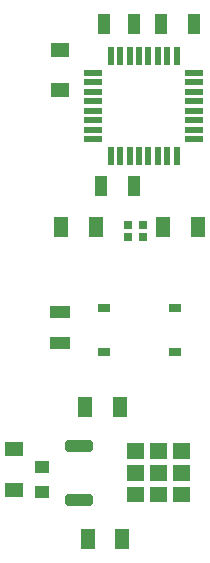
<source format=gtp>
G04*
G04 #@! TF.GenerationSoftware,Altium Limited,Altium Designer,24.1.2 (44)*
G04*
G04 Layer_Color=8421504*
%FSLAX44Y44*%
%MOMM*%
G71*
G04*
G04 #@! TF.SameCoordinates,8B991FCA-0915-420C-AD92-161D74BCA782*
G04*
G04*
G04 #@! TF.FilePolarity,Positive*
G04*
G01*
G75*
%ADD15R,1.5000X1.2500*%
%ADD16R,1.3000X1.1000*%
G04:AMPARAMS|DCode=17|XSize=2.33mm|YSize=0.98mm|CornerRadius=0.245mm|HoleSize=0mm|Usage=FLASHONLY|Rotation=0.000|XOffset=0mm|YOffset=0mm|HoleType=Round|Shape=RoundedRectangle|*
%AMROUNDEDRECTD17*
21,1,2.3300,0.4900,0,0,0.0*
21,1,1.8400,0.9800,0,0,0.0*
1,1,0.4900,0.9200,-0.2450*
1,1,0.4900,-0.9200,-0.2450*
1,1,0.4900,-0.9200,0.2450*
1,1,0.4900,0.9200,0.2450*
%
%ADD17ROUNDEDRECTD17*%
%ADD18R,0.7500X0.6500*%
%ADD19R,1.1500X1.8000*%
%ADD20R,1.7000X1.1000*%
%ADD21R,1.2100X1.8200*%
%ADD22R,1.0000X0.7500*%
%ADD23R,0.6000X1.5000*%
%ADD24R,1.5000X0.6000*%
%ADD25R,1.0200X1.8200*%
%ADD26R,1.1000X1.7000*%
G36*
X267200Y296580D02*
X253200D01*
Y309580D01*
X267200D01*
Y296580D01*
D02*
G37*
G36*
X247600D02*
X233600D01*
Y309580D01*
X247600D01*
Y296580D01*
D02*
G37*
G36*
X228000D02*
X214000D01*
Y309580D01*
X228000D01*
Y296580D01*
D02*
G37*
G36*
X267200Y277980D02*
X253200D01*
Y290980D01*
X267200D01*
Y277980D01*
D02*
G37*
G36*
X247600D02*
X233600D01*
Y290980D01*
X247600D01*
Y277980D01*
D02*
G37*
G36*
X228000D02*
X214000D01*
Y290980D01*
X228000D01*
Y277980D01*
D02*
G37*
G36*
X267200Y259380D02*
X253200D01*
Y272380D01*
X267200D01*
Y259380D01*
D02*
G37*
G36*
X247600D02*
X233600D01*
Y272380D01*
X247600D01*
Y259380D01*
D02*
G37*
G36*
X228000D02*
X214000D01*
Y272380D01*
X228000D01*
Y259380D01*
D02*
G37*
D15*
X118110Y269770D02*
D03*
Y304270D02*
D03*
X157480Y608350D02*
D03*
Y642850D02*
D03*
D16*
X142240Y289560D02*
D03*
Y268560D02*
D03*
D17*
X173500Y261680D02*
D03*
Y307280D02*
D03*
D18*
X214480Y493950D02*
D03*
X227480D02*
D03*
Y483950D02*
D03*
X214480D02*
D03*
D19*
X274080Y492760D02*
D03*
X244080D02*
D03*
X157720D02*
D03*
X187720D02*
D03*
X178280Y340360D02*
D03*
X208280D02*
D03*
D20*
X157480Y420670D02*
D03*
Y394670D02*
D03*
D21*
X181080Y228600D02*
D03*
X210080D02*
D03*
D22*
X254790Y386380D02*
D03*
X194790D02*
D03*
X254790Y423880D02*
D03*
X194790D02*
D03*
D23*
X200030Y552540D02*
D03*
X208030D02*
D03*
X216030D02*
D03*
X224030D02*
D03*
X232030D02*
D03*
X240030D02*
D03*
X248030D02*
D03*
X256030D02*
D03*
Y637540D02*
D03*
X248030D02*
D03*
X240030D02*
D03*
X232030D02*
D03*
X224030D02*
D03*
X216030D02*
D03*
X208030D02*
D03*
X200030D02*
D03*
D24*
X270530Y567040D02*
D03*
Y575040D02*
D03*
Y583040D02*
D03*
Y591040D02*
D03*
Y599040D02*
D03*
Y607040D02*
D03*
Y615040D02*
D03*
Y623040D02*
D03*
X185530D02*
D03*
Y615040D02*
D03*
Y607040D02*
D03*
Y599040D02*
D03*
Y591040D02*
D03*
Y583040D02*
D03*
Y575040D02*
D03*
Y567040D02*
D03*
D25*
X191740Y527050D02*
D03*
X219740D02*
D03*
X242540Y664210D02*
D03*
X270540D02*
D03*
D26*
X194010D02*
D03*
X220010D02*
D03*
M02*

</source>
